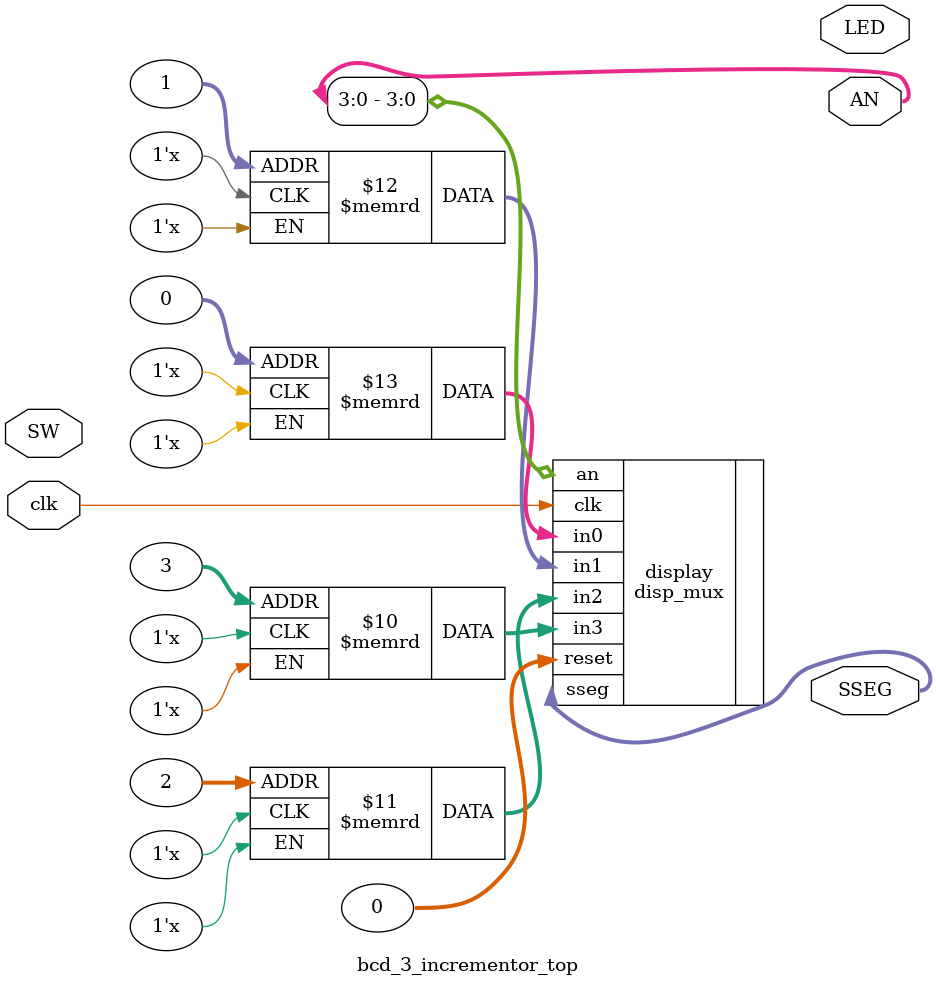
<source format=sv>
`timescale 1ns / 1ps

module bcd_3_incrementor_top(
    input logic [15:0] SW,
    output logic [15:0] LED,
    output wire [7:0] SSEG,
    output logic [7:0] AN,
    input logic clk
    );
    
    logic [7:0] sseg_leds [3:0];
    logic [3:0] display_value [2:0];
    
    hex_to_sseg hs0(.hex(display_value[0]), .dp(1), .sseg(sseg_leds[0]));
    hex_to_sseg hs1(.hex(display_value[1]), .dp(1), .sseg(sseg_leds[1]));
    hex_to_sseg hs2(.hex(display_value[2]), .dp(1), .sseg(sseg_leds[2]));
    hex_to_sseg hs3(.hex(4'h0), .dp(1), .sseg(sseg_leds[3]));
    
    disp_mux display(.clk(clk), .reset(0), .in3(sseg_leds[3]), .in2(sseg_leds[2]), .in1(sseg_leds[1]), .in0(sseg_leds[0]), .an(AN[3:0]), .sseg(SSEG));
    
    logic [3:0] a [2:0];
    logic [3:0] y [2:0];
    
    assign a[0] = SW[3:0] <= 4'h9 ? SW[3:0] : 4'h9;
    assign a[1] = SW[7:4] <= 4'h9 ? SW[7:4] : 4'h9;
    assign a[2] = SW[11:8] <= 4'h9 ? SW[11:8] : 4'h9;
    
    bcd_3_incrementor bcdinc(.a_0(a[0]), .a_1(a[1]), .a_2(a[2]), .y_0(y[0]), .y_1(y[1]), .y_2(y[2]));
    
    assign display_value[0] = SW[15] ? a[0] : y[0];
    assign display_value[1] = SW[15] ? a[1] : y[1];
    assign display_value[2] = SW[15] ? a[2] : y[2];
    
endmodule
 
</source>
